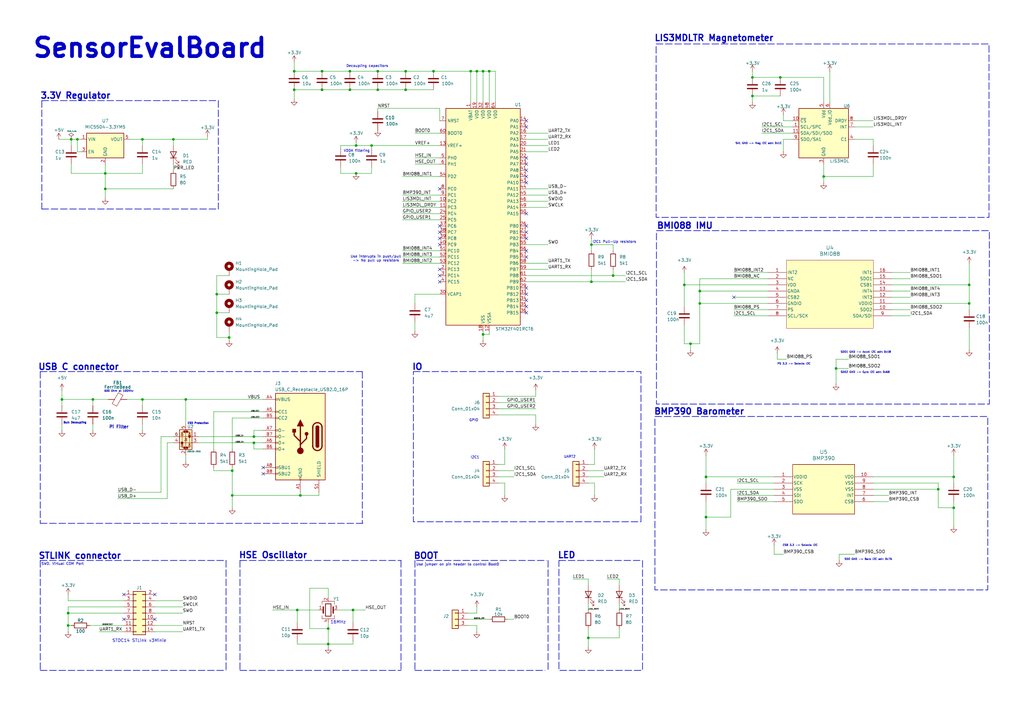
<source format=kicad_sch>
(kicad_sch (version 20250114) (generator "eeschema") (generator_version "9.0")
  (paper "A3")
  (rectangle (start 229.235 229.87) (end 263.525 274.955) (stroke (width 0.254) (type dash)))
  (rectangle (start 268.605 170.815) (end 405.13 241.935) (stroke (width 0.254) (type dash)))
  (rectangle (start 269.24 94.615) (end 405.765 165.735) (stroke (width 0.254) (type dash)))
  (rectangle (start 169.545 152.4) (end 262.89 213.995) (stroke (width 0.254) (type dash)))
  (rectangle (start 269.113 18.034) (end 405.638 89.154) (stroke (width 0.254) (type dash)))
  (text "SDO GND -> Baro I2C adr: 0x76\n\n" (at 356.108 230.124 0) (effects (font (size 0.762 0.762) (thickness 0.1524) (bold yes))))
  (text "STDC14 STLink v3Minie" (at 57.15 262.89 0) (effects (font (size 1.27 1.27))))
  (text "Decoupling capacitors" (at 150.622 27.178 0) (effects (font (size 1.016 1.016) (thickness 0.1524) (bold yes))))
  (text "BOOT" (at 174.752 228.092 0) (effects (font (size 2.54 2.54) (thickness 0.508) (bold yes))))
  (text "600 Ohm at 100Mhz\n" (at 48.768 160.528 0) (effects (font (size 0.762 0.762))))
  (text "LIS3MDLTR Magnetometer" (at 292.862 15.748 0) (effects (font (size 2.54 2.54) (thickness 0.508) (bold yes))))
  (text "I2C1\n" (at 194.818 187.706 0) (effects (font (size 1.016 1.016) (thickness 0.1524) (bold yes))))
  (text "IO\n" (at 171.196 150.622 0) (effects (font (size 2.54 2.54) (thickness 0.508) (bold yes))))
  (text "16MHz\n" (at 138.684 255.27 0) (effects (font (size 1.27 1.27))))
  (text "SensorEvalBoard" (at 61.468 19.812 0) (effects (font (size 7.62 7.62) (thickness 1.524) (bold yes))))
  (text "STLINK connector\n" (at 32.766 228.092 0) (effects (font (size 2.54 2.54) (thickness 0.508) (bold yes))))
  (text "SDO2 GND -> Gyro I2C adr: 0x68\n\n" (at 354.838 153.416 0) (effects (font (size 0.762 0.762) (thickness 0.1524) (bold yes))))
  (text "ESD Protection\n" (at 81.28 173.736 0) (effects (font (size 0.762 0.762) (thickness 0.254) (bold yes))))
  (text "HSE Oscillator\n" (at 112.014 227.838 0) (effects (font (size 2.54 2.54) (thickness 0.508) (bold yes))))
  (text "USB C connector" (at 32.258 150.622 0) (effects (font (size 2.54 2.54) (thickness 0.508) (bold yes))))
  (text "Bulk Decoupling" (at 30.734 173.482 0) (effects (font (size 0.762 0.762) (thickness 0.254) (bold yes))))
  (text "SDO1 GND -> Accel I2C adr: 0x18" (at 355.092 144.526 0) (effects (font (size 0.762 0.762) (thickness 0.1524) (bold yes))))
  (text "GPIO" (at 194.31 172.466 0) (effects (font (size 1.016 1.016) (thickness 0.1524) (bold yes))))
  (text "BMI088 IMU\n" (at 280.924 92.71 0) (effects (font (size 2.54 2.54) (thickness 0.508) (bold yes))))
  (text "VDDA filtering" (at 146.304 61.976 0) (effects (font (size 1.016 1.016) (thickness 0.1524) (bold yes))))
  (text "BMP390 Barometer\n" (at 286.766 168.91 0) (effects (font (size 2.54 2.54) (thickness 0.508) (bold yes))))
  (text "Pi Filter" (at 48.768 175.26 0) (effects (font (size 1.27 1.27) (thickness 0.254) (bold yes))))
  (text "I2C1 Pull-Up resistors" (at 251.968 99.314 0) (effects (font (size 1.016 1.016) (thickness 0.1524) (bold yes))))
  (text "SWD, Virtual COM Port" (at 25.654 231.394 0) (effects (font (size 1.016 1.016) (thickness 0.1524) (bold yes))))
  (text "Use interupts in push/pull\n-> No pull up resistors\n" (at 154.178 106.172 0) (effects (font (size 1.016 1.016) (thickness 0.1524) (bold yes))))
  (text "SA1 GND -> Mag I2C adr: 0x1C" (at 311.15 58.928 0) (effects (font (size 0.762 0.762) (thickness 0.1524) (bold yes))))
  (text "UART2\n" (at 233.68 187.452 0) (effects (font (size 1.016 1.016) (thickness 0.1524) (bold yes))))
  (text "CSB 3.3 -> Selects I2C" (at 328.168 223.774 0) (effects (font (size 0.762 0.762) (thickness 0.1524) (bold yes))))
  (text "Use jumper on pin header to control Boot0" (at 187.706 231.648 0) (effects (font (size 1.016 1.016) (thickness 0.1524) (bold yes))))
  (text "LED\n" (at 232.41 227.838 0) (effects (font (size 2.54 2.54) (thickness 0.508) (bold yes))))
  (text "3.3V Regulator" (at 30.988 39.37 0) (effects (font (size 2.54 2.54) (thickness 0.508) (bold yes))))
  (text "PS 3.3 -> Selects I2C" (at 325.628 149.352 0) (effects (font (size 0.762 0.762) (thickness 0.1524) (bold yes))))
  (junction (at 31.75 57.15))
  (junction (at 166.37 29.21))
  (junction (at 123.19 203.2))
  (junction (at 143.51 36.83))
  (junction (at 132.08 36.83))
  (junction (at 384.81 200.66))
  (junction (at 104.14 181.61))
  (junction (at 397.51 116.84))
  (junction (at 337.82 72.39))
  (junction (at 391.16 208.28))
  (junction (at 43.18 71.12))
  (junction (at 391.16 195.58))
  (junction (at 38.1 163.83))
  (junction (at 166.37 36.83))
  (junction (at 177.8 29.21))
  (junction (at 193.04 29.21))
  (junction (at 88.9 128.27))
  (junction (at 29.21 57.15))
  (junction (at 120.65 36.83))
  (junction (at 289.56 195.58))
  (junction (at 251.46 113.03))
  (junction (at 152.4 59.69))
  (junction (at 121.92 250.19))
  (junction (at 241.3 261.62))
  (junction (at 27.94 251.46))
  (junction (at 198.12 137.16))
  (junction (at 289.56 212.09))
  (junction (at 397.51 124.46))
  (junction (at 143.51 29.21))
  (junction (at 146.05 71.12))
  (junction (at 144.78 250.19))
  (junction (at 88.9 120.65))
  (junction (at 76.2 163.83))
  (junction (at 154.94 29.21))
  (junction (at 43.18 77.47))
  (junction (at 93.98 138.43))
  (junction (at 134.62 257.81))
  (junction (at 134.62 264.16))
  (junction (at 320.04 31.75))
  (junction (at 200.66 29.21))
  (junction (at 27.94 256.54))
  (junction (at 280.67 116.84))
  (junction (at 242.57 100.33))
  (junction (at 242.57 115.57))
  (junction (at 146.05 59.69))
  (junction (at 308.61 39.37))
  (junction (at 132.08 29.21))
  (junction (at 95.25 193.04))
  (junction (at 154.94 36.83))
  (junction (at 342.9 151.13))
  (junction (at 308.61 31.75))
  (junction (at 25.4 163.83))
  (junction (at 283.21 140.97))
  (junction (at 287.02 124.46))
  (junction (at 95.25 203.2))
  (junction (at 120.65 29.21))
  (junction (at 195.58 29.21))
  (junction (at 58.42 163.83))
  (junction (at 104.14 179.07))
  (junction (at 58.42 57.15))
  (junction (at 287.02 119.38))
  (junction (at 198.12 29.21))
  (junction (at 71.12 57.15))
  (no_connect (at 215.9 92.71))
  (no_connect (at 215.9 69.85))
  (no_connect (at 215.9 67.31))
  (no_connect (at 215.9 87.63))
  (no_connect (at 180.34 97.79))
  (no_connect (at 63.5 254))
  (no_connect (at 180.34 110.49))
  (no_connect (at 300.99 121.92))
  (no_connect (at 215.9 95.25))
  (no_connect (at 215.9 105.41))
  (no_connect (at 107.95 194.31))
  (no_connect (at 215.9 120.65))
  (no_connect (at 107.95 191.77))
  (no_connect (at 215.9 123.19))
  (no_connect (at 50.8 254))
  (no_connect (at 50.8 243.84))
  (no_connect (at 63.5 243.84))
  (no_connect (at 215.9 97.79))
  (no_connect (at 215.9 128.27))
  (no_connect (at 180.34 95.25))
  (no_connect (at 215.9 64.77))
  (no_connect (at 215.9 118.11))
  (no_connect (at 180.34 100.33))
  (no_connect (at 215.9 49.53))
  (no_connect (at 180.34 113.03))
  (no_connect (at 180.34 115.57))
  (no_connect (at 215.9 102.87))
  (no_connect (at 180.34 92.71))
  (no_connect (at 180.34 77.47))
  (no_connect (at 215.9 74.93))
  (no_connect (at 215.9 72.39))
  (no_connect (at 215.9 125.73))
  (no_connect (at 215.9 52.07))
  (wire (pts (xy 215.9 82.55) (xy 224.79 82.55)))
  (wire (pts (xy 318.77 147.32) (xy 322.58 147.32)))
  (wire (pts (xy 138.43 250.19) (xy 144.78 250.19)))
  (wire (pts (xy 36.83 256.54) (xy 50.8 256.54)))
  (wire (pts (xy 58.42 67.31) (xy 58.42 71.12)))
  (wire (pts (xy 111.76 250.19) (xy 121.92 250.19)))
  (wire (pts (xy 121.92 264.16) (xy 134.62 264.16)))
  (polyline (pts (xy 16.51 229.87) (xy 16.51 274.955)) (stroke (width 0.254) (type dash)))
  (wire (pts (xy 207.01 184.15) (xy 207.01 190.5)))
  (wire (pts (xy 215.9 115.57) (xy 242.57 115.57)))
  (wire (pts (xy 397.51 107.95) (xy 397.51 116.84)))
  (wire (pts (xy 320.04 31.75) (xy 337.82 31.75)))
  (wire (pts (xy 144.78 250.19) (xy 144.78 255.27)))
  (polyline (pts (xy 148.59 152.4) (xy 148.59 214.63)) (stroke (width 0.254) (type dash)))
  (wire (pts (xy 71.12 57.15) (xy 85.09 57.15)))
  (wire (pts (xy 165.1 87.63) (xy 180.34 87.63)))
  (wire (pts (xy 127 257.81) (xy 134.62 257.81)))
  (wire (pts (xy 358.14 205.74) (xy 364.49 205.74)))
  (wire (pts (xy 146.05 58.42) (xy 146.05 59.69)))
  (wire (pts (xy 88.9 128.27) (xy 93.98 128.27)))
  (wire (pts (xy 302.26 198.12) (xy 317.5 198.12)))
  (wire (pts (xy 384.81 198.12) (xy 384.81 200.66)))
  (wire (pts (xy 143.51 29.21) (xy 154.94 29.21)))
  (wire (pts (xy 66.04 201.93) (xy 66.04 179.07)))
  (wire (pts (xy 283.21 140.97) (xy 283.21 143.51)))
  (wire (pts (xy 204.47 170.18) (xy 219.71 170.18)))
  (wire (pts (xy 243.84 184.15) (xy 243.84 190.5)))
  (wire (pts (xy 215.9 107.95) (xy 224.79 107.95)))
  (wire (pts (xy 104.14 181.61) (xy 107.95 181.61)))
  (polyline (pts (xy 70.485 41.275) (xy 89.535 41.275)) (stroke (width 0.254) (type dash)))
  (wire (pts (xy 397.51 124.46) (xy 397.51 127)))
  (wire (pts (xy 289.56 205.74) (xy 289.56 212.09)))
  (wire (pts (xy 40.64 259.08) (xy 50.8 259.08)))
  (wire (pts (xy 25.4 160.02) (xy 25.4 163.83)))
  (wire (pts (xy 325.12 49.53) (xy 321.31 49.53)))
  (wire (pts (xy 287.02 140.97) (xy 283.21 140.97)))
  (wire (pts (xy 154.94 36.83) (xy 166.37 36.83)))
  (wire (pts (xy 134.62 241.3) (xy 127 241.3)))
  (wire (pts (xy 198.12 135.89) (xy 198.12 137.16)))
  (wire (pts (xy 191.77 251.46) (xy 195.58 251.46)))
  (wire (pts (xy 27.94 248.92) (xy 27.94 251.46)))
  (wire (pts (xy 25.4 173.99) (xy 25.4 176.53)))
  (wire (pts (xy 93.98 138.43) (xy 93.98 139.7)))
  (wire (pts (xy 85.09 57.15) (xy 85.09 55.88)))
  (wire (pts (xy 154.94 44.45) (xy 154.94 45.72)))
  (wire (pts (xy 132.08 29.21) (xy 143.51 29.21)))
  (wire (pts (xy 280.67 111.76) (xy 280.67 116.84)))
  (wire (pts (xy 38.1 173.99) (xy 38.1 176.53)))
  (wire (pts (xy 384.81 200.66) (xy 384.81 208.28)))
  (wire (pts (xy 152.4 71.12) (xy 152.4 68.58)))
  (wire (pts (xy 321.31 57.15) (xy 321.31 62.23)))
  (wire (pts (xy 121.92 250.19) (xy 130.81 250.19)))
  (wire (pts (xy 300.99 129.54) (xy 314.96 129.54)))
  (polyline (pts (xy 170.815 229.87) (xy 224.155 229.87)) (stroke (width 0.254) (type dash)))
  (polyline (pts (xy 170.18 229.87) (xy 170.18 274.955)) (stroke (width 0.254) (type dash)))
  (wire (pts (xy 88.9 120.65) (xy 93.98 120.65)))
  (wire (pts (xy 193.04 29.21) (xy 195.58 29.21)))
  (polyline (pts (xy 170.18 274.955) (xy 223.52 274.955)) (stroke (width 0.254) (type dash)))
  (wire (pts (xy 299.72 212.09) (xy 289.56 212.09)))
  (wire (pts (xy 27.94 256.54) (xy 29.21 256.54)))
  (wire (pts (xy 139.7 68.58) (xy 139.7 71.12)))
  (polyline (pts (xy 164.465 229.87) (xy 164.465 274.955)) (stroke (width 0.254) (type dash)))
  (wire (pts (xy 365.76 124.46) (xy 397.51 124.46)))
  (wire (pts (xy 165.1 80.01) (xy 180.34 80.01)))
  (wire (pts (xy 123.19 201.93) (xy 123.19 203.2)))
  (wire (pts (xy 146.05 71.12) (xy 152.4 71.12)))
  (wire (pts (xy 350.52 57.15) (xy 358.14 57.15)))
  (wire (pts (xy 76.2 186.69) (xy 76.2 189.23)))
  (wire (pts (xy 63.5 248.92) (xy 74.93 248.92)))
  (wire (pts (xy 204.47 193.04) (xy 210.82 193.04)))
  (polyline (pts (xy 98.425 229.87) (xy 164.465 229.87)) (stroke (width 0.254) (type dash)))
  (wire (pts (xy 314.96 124.46) (xy 287.02 124.46)))
  (wire (pts (xy 251.46 113.03) (xy 256.54 113.03)))
  (wire (pts (xy 81.28 181.61) (xy 104.14 181.61)))
  (wire (pts (xy 215.9 85.09) (xy 224.79 85.09)))
  (wire (pts (xy 215.9 57.15) (xy 224.79 57.15)))
  (wire (pts (xy 350.52 52.07) (xy 358.14 52.07)))
  (wire (pts (xy 241.3 247.65) (xy 241.3 250.19)))
  (wire (pts (xy 88.9 128.27) (xy 88.9 138.43)))
  (wire (pts (xy 365.76 111.76) (xy 373.38 111.76)))
  (wire (pts (xy 215.9 100.33) (xy 224.79 100.33)))
  (wire (pts (xy 391.16 208.28) (xy 391.16 215.9)))
  (wire (pts (xy 63.5 251.46) (xy 74.93 251.46)))
  (wire (pts (xy 134.62 257.81) (xy 134.62 264.16)))
  (wire (pts (xy 317.5 200.66) (xy 299.72 200.66)))
  (wire (pts (xy 391.16 195.58) (xy 391.16 198.12)))
  (wire (pts (xy 215.9 59.69) (xy 224.79 59.69)))
  (wire (pts (xy 177.8 29.21) (xy 193.04 29.21)))
  (wire (pts (xy 317.5 223.52) (xy 317.5 227.33)))
  (wire (pts (xy 317.5 227.33) (xy 321.31 227.33)))
  (wire (pts (xy 144.78 264.16) (xy 144.78 262.89)))
  (wire (pts (xy 29.21 71.12) (xy 43.18 71.12)))
  (wire (pts (xy 312.42 54.61) (xy 325.12 54.61)))
  (wire (pts (xy 88.9 113.03) (xy 93.98 113.03)))
  (wire (pts (xy 38.1 163.83) (xy 25.4 163.83)))
  (wire (pts (xy 365.76 119.38) (xy 373.38 119.38)))
  (wire (pts (xy 365.76 116.84) (xy 397.51 116.84)))
  (wire (pts (xy 358.14 67.31) (xy 358.14 72.39)))
  (wire (pts (xy 88.9 120.65) (xy 88.9 128.27)))
  (wire (pts (xy 342.9 151.13) (xy 347.98 151.13)))
  (polyline (pts (xy 98.425 229.87) (xy 98.425 274.955)) (stroke (width 0.254) (type dash)))
  (polyline (pts (xy 17.145 85.725) (xy 89.535 85.725)) (stroke (width 0.254) (type dash)))
  (wire (pts (xy 195.58 256.54) (xy 195.58 259.08)))
  (polyline (pts (xy 16.51 214.63) (xy 149.225 214.63)) (stroke (width 0.254) (type dash)))
  (wire (pts (xy 25.4 163.83) (xy 25.4 166.37)))
  (wire (pts (xy 88.9 138.43) (xy 93.98 138.43)))
  (polyline (pts (xy 16.51 152.4) (xy 148.59 152.4)) (stroke (width 0.254) (type dash)))
  (wire (pts (xy 302.26 205.74) (xy 317.5 205.74)))
  (wire (pts (xy 207.01 198.12) (xy 207.01 203.2)))
  (wire (pts (xy 165.1 102.87) (xy 180.34 102.87)))
  (wire (pts (xy 248.92 237.49) (xy 254 237.49)))
  (wire (pts (xy 166.37 29.21) (xy 177.8 29.21)))
  (wire (pts (xy 251.46 102.87) (xy 251.46 100.33)))
  (polyline (pts (xy 16.51 152.4) (xy 16.51 214.63)) (stroke (width 0.254) (type dash)))
  (wire (pts (xy 204.47 198.12) (xy 207.01 198.12)))
  (wire (pts (xy 95.25 193.04) (xy 95.25 203.2)))
  (wire (pts (xy 166.37 36.83) (xy 177.8 36.83)))
  (wire (pts (xy 87.63 184.15) (xy 87.63 168.91)))
  (wire (pts (xy 241.3 198.12) (xy 243.84 198.12)))
  (wire (pts (xy 27.94 251.46) (xy 50.8 251.46)))
  (wire (pts (xy 198.12 29.21) (xy 195.58 29.21)))
  (wire (pts (xy 154.94 44.45) (xy 180.34 44.45)))
  (wire (pts (xy 120.65 36.83) (xy 132.08 36.83)))
  (wire (pts (xy 204.47 162.56) (xy 219.71 162.56)))
  (wire (pts (xy 241.3 240.03) (xy 241.3 237.49)))
  (wire (pts (xy 204.47 167.64) (xy 219.71 167.64)))
  (wire (pts (xy 283.21 140.97) (xy 280.67 140.97)))
  (wire (pts (xy 365.76 127) (xy 373.38 127)))
  (wire (pts (xy 48.26 204.47) (xy 68.58 204.47)))
  (wire (pts (xy 27.94 246.38) (xy 27.94 243.84)))
  (wire (pts (xy 127 241.3) (xy 127 257.81)))
  (wire (pts (xy 107.95 176.53) (xy 104.14 176.53)))
  (wire (pts (xy 350.52 49.53) (xy 358.14 49.53)))
  (wire (pts (xy 280.67 140.97) (xy 280.67 133.35)))
  (wire (pts (xy 203.2 29.21) (xy 200.66 29.21)))
  (wire (pts (xy 87.63 193.04) (xy 95.25 193.04)))
  (wire (pts (xy 289.56 212.09) (xy 289.56 217.17)))
  (wire (pts (xy 95.25 203.2) (xy 95.25 208.28)))
  (wire (pts (xy 165.1 105.41) (xy 180.34 105.41)))
  (wire (pts (xy 241.3 190.5) (xy 243.84 190.5)))
  (wire (pts (xy 104.14 179.07) (xy 107.95 179.07)))
  (wire (pts (xy 215.9 110.49) (xy 224.79 110.49)))
  (wire (pts (xy 63.5 246.38) (xy 74.93 246.38)))
  (wire (pts (xy 144.78 250.19) (xy 149.86 250.19)))
  (wire (pts (xy 130.81 203.2) (xy 123.19 203.2)))
  (wire (pts (xy 130.81 201.93) (xy 130.81 203.2)))
  (polyline (pts (xy 16.51 274.955) (xy 92.71 274.955)) (stroke (width 0.254) (type dash)))
  (wire (pts (xy 200.66 29.21) (xy 200.66 41.91)))
  (wire (pts (xy 93.98 135.89) (xy 93.98 138.43)))
  (wire (pts (xy 104.14 179.07) (xy 81.28 179.07)))
  (polyline (pts (xy 92.71 229.87) (xy 92.71 274.955)) (stroke (width 0.254) (type dash)))
  (wire (pts (xy 170.18 120.65) (xy 170.18 124.46)))
  (wire (pts (xy 251.46 113.03) (xy 215.9 113.03)))
  (wire (pts (xy 195.58 251.46) (xy 195.58 248.92)))
  (wire (pts (xy 43.18 71.12) (xy 58.42 71.12)))
  (wire (pts (xy 391.16 205.74) (xy 391.16 208.28)))
  (wire (pts (xy 95.25 171.45) (xy 107.95 171.45)))
  (wire (pts (xy 31.75 57.15) (xy 33.02 57.15)))
  (wire (pts (xy 180.34 120.65) (xy 170.18 120.65)))
  (wire (pts (xy 254 261.62) (xy 241.3 261.62)))
  (wire (pts (xy 165.1 107.95) (xy 180.34 107.95)))
  (wire (pts (xy 215.9 77.47) (xy 224.79 77.47)))
  (wire (pts (xy 43.18 67.31) (xy 43.18 71.12)))
  (wire (pts (xy 365.76 114.3) (xy 373.38 114.3)))
  (wire (pts (xy 198.12 137.16) (xy 200.66 137.16)))
  (wire (pts (xy 52.07 163.83) (xy 58.42 163.83)))
  (wire (pts (xy 365.76 121.92) (xy 373.38 121.92)))
  (wire (pts (xy 170.18 54.61) (xy 180.34 54.61)))
  (wire (pts (xy 254 240.03) (xy 254 237.49)))
  (wire (pts (xy 95.25 191.77) (xy 95.25 193.04)))
  (wire (pts (xy 43.18 71.12) (xy 43.18 77.47)))
  (wire (pts (xy 43.18 77.47) (xy 43.18 81.28)))
  (wire (pts (xy 287.02 114.3) (xy 287.02 119.38)))
  (wire (pts (xy 134.62 257.81) (xy 134.62 255.27)))
  (polyline (pts (xy 16.51 229.87) (xy 92.71 229.87)) (stroke (width 0.254) (type dash)))
  (wire (pts (xy 71.12 67.31) (xy 71.12 69.85)))
  (wire (pts (xy 219.71 170.18) (xy 219.71 173.99)))
  (wire (pts (xy 337.82 67.31) (xy 337.82 72.39)))
  (wire (pts (xy 204.47 190.5) (xy 207.01 190.5)))
  (wire (pts (xy 321.31 46.99) (xy 321.31 49.53)))
  (wire (pts (xy 139.7 60.96) (xy 139.7 59.69)))
  (wire (pts (xy 289.56 186.69) (xy 289.56 195.58)))
  (wire (pts (xy 241.3 257.81) (xy 241.3 261.62)))
  (polyline (pts (xy 224.79 229.87) (xy 224.79 274.955)) (stroke (width 0.254) (type dash)))
  (wire (pts (xy 358.14 203.2) (xy 364.49 203.2)))
  (wire (pts (xy 191.77 256.54) (xy 195.58 256.54)))
  (wire (pts (xy 152.4 59.69) (xy 180.34 59.69)))
  (wire (pts (xy 38.1 166.37) (xy 38.1 163.83)))
  (wire (pts (xy 391.16 186.69) (xy 391.16 195.58)))
  (wire (pts (xy 193.04 29.21) (xy 193.04 41.91)))
  (wire (pts (xy 251.46 100.33) (xy 242.57 100.33)))
  (wire (pts (xy 66.04 179.07) (xy 71.12 179.07)))
  (wire (pts (xy 300.99 127) (xy 314.96 127)))
  (wire (pts (xy 384.81 208.28) (xy 391.16 208.28)))
  (wire (pts (xy 198.12 137.16) (xy 198.12 139.7)))
  (wire (pts (xy 203.2 41.91) (xy 203.2 29.21)))
  (wire (pts (xy 254 257.81) (xy 254 261.62)))
  (wire (pts (xy 317.5 195.58) (xy 289.56 195.58)))
  (wire (pts (xy 24.13 57.15) (xy 29.21 57.15)))
  (polyline (pts (xy 89.535 41.275) (xy 89.535 85.725)) (stroke (width 0.254) (type dash)))
  (wire (pts (xy 152.4 59.69) (xy 152.4 60.96)))
  (wire (pts (xy 314.96 116.84) (xy 280.67 116.84)))
  (wire (pts (xy 95.25 184.15) (xy 95.25 171.45)))
  (wire (pts (xy 358.14 72.39) (xy 337.82 72.39)))
  (wire (pts (xy 358.14 57.15) (xy 358.14 59.69)))
  (wire (pts (xy 215.9 80.01) (xy 224.79 80.01)))
  (wire (pts (xy 358.14 195.58) (xy 391.16 195.58)))
  (wire (pts (xy 397.51 134.62) (xy 397.51 143.51)))
  (wire (pts (xy 280.67 116.84) (xy 280.67 125.73)))
  (wire (pts (xy 208.28 254) (xy 210.82 254)))
  (wire (pts (xy 314.96 119.38) (xy 287.02 119.38)))
  (wire (pts (xy 219.71 162.56) (xy 219.71 160.02)))
  (wire (pts (xy 170.18 67.31) (xy 180.34 67.31)))
  (wire (pts (xy 33.02 62.23) (xy 31.75 62.23)))
  (wire (pts (xy 107.95 184.15) (xy 104.14 184.15)))
  (wire (pts (xy 180.34 44.45) (xy 180.34 49.53)))
  (wire (pts (xy 134.62 264.16) (xy 144.78 264.16)))
  (wire (pts (xy 337.82 31.75) (xy 337.82 41.91)))
  (wire (pts (xy 242.57 97.79) (xy 242.57 100.33)))
  (wire (pts (xy 365.76 129.54) (xy 373.38 129.54)))
  (wire (pts (xy 63.5 256.54) (xy 74.93 256.54)))
  (wire (pts (xy 325.12 57.15) (xy 321.31 57.15)))
  (wire (pts (xy 195.58 29.21) (xy 195.58 41.91)))
  (wire (pts (xy 342.9 151.13) (xy 342.9 147.32)))
  (wire (pts (xy 165.1 90.17) (xy 180.34 90.17)))
  (wire (pts (xy 58.42 57.15) (xy 58.42 59.69)))
  (wire (pts (xy 38.1 163.83) (xy 44.45 163.83)))
  (wire (pts (xy 104.14 184.15) (xy 104.14 181.61)))
  (wire (pts (xy 342.9 151.13) (xy 342.9 157.48)))
  (wire (pts (xy 308.61 39.37) (xy 308.61 41.91)))
  (wire (pts (xy 287.02 124.46) (xy 287.02 140.97)))
  (wire (pts (xy 243.84 198.12) (xy 243.84 203.2)))
  (wire (pts (xy 215.9 62.23) (xy 224.79 62.23)))
  (wire (pts (xy 120.65 36.83) (xy 120.65 40.64)))
  (wire (pts (xy 241.3 195.58) (xy 247.65 195.58)))
  (wire (pts (xy 200.66 137.16) (xy 200.66 135.89)))
  (wire (pts (xy 104.14 176.53) (xy 104.14 179.07)))
  (wire (pts (xy 68.58 181.61) (xy 71.12 181.61)))
  (wire (pts (xy 337.82 72.39) (xy 337.82 74.93)))
  (wire (pts (xy 27.94 248.92) (xy 50.8 248.92)))
  (wire (pts (xy 170.18 132.08) (xy 170.18 135.89)))
  (wire (pts (xy 289.56 195.58) (xy 289.56 198.12)))
  (wire (pts (xy 139.7 71.12) (xy 146.05 71.12)))
  (wire (pts (xy 287.02 119.38) (xy 287.02 124.46)))
  (wire (pts (xy 71.12 57.15) (xy 71.12 59.69)))
  (wire (pts (xy 300.99 111.76) (xy 314.96 111.76)))
  (wire (pts (xy 308.61 39.37) (xy 320.04 39.37)))
  (wire (pts (xy 29.21 57.15) (xy 29.21 59.69)))
  (wire (pts (xy 302.26 203.2) (xy 317.5 203.2)))
  (wire (pts (xy 165.1 72.39) (xy 180.34 72.39)))
  (wire (pts (xy 154.94 29.21) (xy 166.37 29.21)))
  (wire (pts (xy 308.61 29.21) (xy 308.61 31.75)))
  (wire (pts (xy 241.3 261.62) (xy 241.3 265.43)))
  (wire (pts (xy 358.14 200.66) (xy 384.81 200.66)))
  (wire (pts (xy 88.9 113.03) (xy 88.9 120.65)))
  (wire (pts (xy 121.92 262.89) (xy 121.92 264.16)))
  (wire (pts (xy 344.17 229.87) (xy 344.17 227.33)))
  (wire (pts (xy 242.57 100.33) (xy 242.57 102.87)))
  (wire (pts (xy 143.51 36.83) (xy 154.94 36.83)))
  (wire (pts (xy 358.14 198.12) (xy 384.81 198.12)))
  (wire (pts (xy 251.46 110.49) (xy 251.46 113.03)))
  (wire (pts (xy 120.65 29.21) (xy 132.08 29.21)))
  (wire (pts (xy 308.61 31.75) (xy 320.04 31.75)))
  (wire (pts (xy 242.57 115.57) (xy 256.54 115.57)))
  (polyline (pts (xy 17.145 41.275) (xy 70.485 41.275)) (stroke (width 0.254) (type dash)))
  (wire (pts (xy 314.96 114.3) (xy 287.02 114.3)))
  (wire (pts (xy 43.18 77.47) (xy 71.12 77.47)))
  (wire (pts (xy 200.66 29.21) (xy 198.12 29.21)))
  (wire (pts (xy 134.62 245.11) (xy 134.62 241.3)))
  (wire (pts (xy 63.5 259.08) (xy 74.93 259.08)))
  (wire (pts (xy 31.75 62.23) (xy 31.75 57.15)))
  (wire (pts (xy 312.42 52.07) (xy 325.12 52.07)))
  (wire (pts (xy 68.58 181.61) (xy 68.58 204.47)))
  (wire (pts (xy 58.42 173.99) (xy 58.42 176.53)))
  (wire (pts (xy 27.94 256.54) (xy 27.94 259.08)))
  (wire (pts (xy 123.19 203.2) (xy 95.25 203.2)))
  (wire (pts (xy 299.72 200.66) (xy 299.72 212.09)))
  (wire (pts (xy 27.94 251.46) (xy 27.94 256.54)))
  (wire (pts (xy 234.95 237.49) (xy 241.3 237.49)))
  (wire (pts (xy 76.2 173.99) (xy 76.2 163.83)))
  (wire (pts (xy 340.36 29.21) (xy 340.36 41.91)))
  (wire (pts (xy 241.3 193.04) (xy 247.65 193.04)))
  (wire (pts (xy 204.47 165.1) (xy 219.71 165.1)))
  (wire (pts (xy 344.17 227.33) (xy 350.52 227.33)))
  (wire (pts (xy 132.08 36.83) (xy 143.51 36.83)))
  (wire (pts (xy 318.77 144.78) (xy 318.77 147.32)))
  (wire (pts (xy 58.42 57.15) (xy 71.12 57.15)))
  (wire (pts (xy 191.77 254) (xy 200.66 254)))
  (wire (pts (xy 27.94 246.38) (xy 50.8 246.38)))
  (wire (pts (xy 397.51 116.84) (xy 397.51 124.46)))
  (wire (pts (xy 87.63 191.77) (xy 87.63 193.04)))
  (wire (pts (xy 146.05 59.69) (xy 152.4 59.69)))
  (wire (pts (xy 215.9 54.61) (xy 224.79 54.61)))
  (wire (pts (xy 204.47 195.58) (xy 210.82 195.58)))
  (wire (pts (xy 120.65 25.4) (xy 120.65 29.21)))
  (wire (pts (xy 165.1 85.09) (xy 180.34 85.09)))
  (wire (pts (xy 121.92 250.19) (xy 121.92 255.27)))
  (wire (pts (xy 254 247.65) (xy 254 250.19)))
  (wire (pts (xy 76.2 163.83) (xy 107.95 163.83)))
  (wire (pts (xy 342.9 147.32) (xy 347.98 147.32)))
  (wire (pts (xy 58.42 163.83) (xy 58.42 166.37)))
  (wire (pts (xy 29.21 57.15) (xy 31.75 57.15)))
  (wire (pts (xy 87.63 168.91) (xy 107.95 168.91)))
  (wire (pts (xy 300.99 121.92) (xy 314.96 121.92)))
  (wire (pts (xy 58.42 163.83) (xy 76.2 163.83)))
  (wire (pts (xy 165.1 82.55) (xy 180.34 82.55)))
  (wire (pts (xy 48.26 201.93) (xy 66.04 201.93)))
  (wire (pts (xy 139.7 59.69) (xy 146.05 59.69)))
  (wire (pts (xy 242.57 110.49) (xy 242.57 115.57)))
  (wire (pts (xy 53.34 57.15) (xy 58.42 57.15)))
  (polyline (pts (xy 98.425 274.955) (xy 164.465 274.955)) (stroke (width 0.254) (type dash)))
  (polyline (pts (xy 17.145 41.275) (xy 17.145 85.725)) (stroke (width 0.254) (type dash)))
  (wire (pts (xy 170.18 64.77) (xy 180.34 64.77)))
  (wire (pts (xy 134.62 264.16) (xy 134.62 265.43)))
  (wire (pts (xy 198.12 29.21) (xy 198.12 41.91)))
  (wire (pts (xy 29.21 67.31) (xy 29.21 71.12)))
  (label "LIS3MDL_DRDY" (at 358.14 49.53 0))
  (label "USB_CC1" (at 102.87 168.91 0) (effects (font (size 0.508 0.508))))
  (label "GPIO_USER2" (at 165.1 87.63 0))
  (label "USB_CC2" (at 102.87 171.45 0) (effects (font (size 0.508 0.508))))
  (label "USBC_D+" (at 96.52 181.61 0) (effects (font (size 0.508 0.508))))
  (label "HSE_IN" (at 111.76 250.19 0))
  (label "BMI088_INT2" (at 300.99 111.76 0))
  (label "USBC_D-" (at 96.52 179.07 0) (effects (font (size 0.508 0.508))))
  (label "BOOT0" (at 170.18 54.61 0))
  (label "LED2_RSTR" (at 254 250.19 0) (effects (font (size 0.508 0.508))))
  (label "SWDIO" (at 74.93 246.38 0))
  (label "USB_D+" (at 48.26 204.47 0))
  (label "UART2_RX" (at 224.79 57.15 0))
  (label "BMP390_INT" (at 165.1 80.01 0))
  (label "BMI088_INT1" (at 373.38 111.76 0))
  (label "UART1_RX" (at 224.79 110.49 0) (effects (font (thickness 0.1588))))
  (label "BMI088_SDO1" (at 347.98 147.32 0) (effects (font (thickness 0.1588))))
  (label "LIS3MDL_DRDY" (at 165.1 85.09 0))
  (label "BOOT0_JPR" (at 194.31 254 0) (effects (font (size 0.508 0.508))))
  (label "UART1_TX" (at 224.79 107.95 0) (effects (font (thickness 0.1588))))
  (label "HSE_IN" (at 170.18 64.77 0))
  (label "LIS3MDL_INT" (at 358.14 52.07 0))
  (label "GPIO_USER2" (at 219.71 167.64 180))
  (label "LIS3MDL_INT" (at 165.1 82.55 0))
  (label "LED1" (at 224.79 59.69 0))
  (label "VBUS" (at 101.6 163.83 0))
  (label "I2C1_SDA" (at 312.42 54.61 0))
  (label "SWCLK" (at 224.79 85.09 0))
  (label "GPIO_USER1" (at 219.71 165.1 180))
  (label "BMP390_INT" (at 364.49 203.2 0))
  (label "USB_D-" (at 48.26 201.93 0))
  (label "BMP390_CSB" (at 364.49 205.74 0))
  (label "I2C1_SCL" (at 312.42 52.07 0))
  (label "BMI088_NC" (at 300.99 114.3 0))
  (label "BMI088_INT4" (at 373.38 119.38 0))
  (label "I2C1_SDA" (at 210.82 195.58 0))
  (label "UART2_RX" (at 247.65 195.58 0))
  (label "I2C1_SDA" (at 256.54 115.57 0))
  (label "BOOT0" (at 210.82 254 0))
  (label "PWR_LED" (at 71.12 69.85 0))
  (label "LED1" (at 234.95 237.49 0))
  (label "BMI088_INT2" (at 165.1 107.95 0))
  (label "I2C1_SCL" (at 302.26 198.12 0))
  (label "SWDIO" (at 224.79 82.55 0))
  (label "USB_D-" (at 224.79 77.47 0))
  (label "BMI088_INT4" (at 165.1 102.87 0))
  (label "USB_D+" (at 224.79 80.01 0))
  (label "BMP390_CSB" (at 321.31 227.33 0))
  (label "GPIO_USER1" (at 165.1 90.17 0))
  (label "LED2" (at 224.79 62.23 0))
  (label "SWO" (at 224.79 100.33 0))
  (label "UART1_TX" (at 74.93 259.08 0) (effects (font (thickness 0.1588))))
  (label "UART2_TX" (at 224.79 54.61 0))
  (label "GNDDETECT" (at 41.91 256.54 0) (effects (font (size 0.508 0.508) (thickness 0.254) (bold yes))))
  (label "UART2_TX" (at 247.65 193.04 0))
  (label "LED1_RSTR" (at 241.3 250.19 0) (effects (font (size 0.508 0.508))))
  (label "BMI088_INT3" (at 165.1 105.41 0))
  (label "BMP390_SDO" (at 350.52 227.33 0))
  (label "I2C1_SCL" (at 256.54 113.03 0))
  (label "HSE_OUT" (at 170.18 67.31 0))
  (label "BMI088_SDO2" (at 347.98 151.13 0) (effects (font (thickness 0.1588))))
  (label "HSE_OUT" (at 149.86 250.19 0))
  (label "I2C1_SDA" (at 373.38 129.54 0))
  (label "BMI088_SDO2" (at 373.38 127 0))
  (label "BMI088_PS" (at 300.99 127 0))
  (label "SWO" (at 74.93 251.46 0))
  (label "BMI088_INT1" (at 165.1 72.39 0))
  (label "BMP390_SDO" (at 302.26 205.74 0))
  (label "SWCLK" (at 74.93 248.92 0))
  (label "NRST" (at 74.93 256.54 0))
  (label "BMI088_PS" (at 322.58 147.32 0))
  (label "I2C1_SDA" (at 302.26 203.2 0))
  (label "VREF+" (at 170.18 59.69 0))
  (label "BMI088_SDO1" (at 373.38 114.3 0))
  (label "NRST" (at 154.94 44.45 0))
  (label "UART1_RX" (at 40.64 259.08 0) (effects (font (thickness 0.1588))))
  (label "I2C1_SCL" (at 210.82 193.04 0))
  (label "BMI088_INT3" (at 373.38 121.92 0))
  (label "I2C1_SCL" (at 300.99 129.54 0))
  (label "LED2" (at 248.92 237.49 0))
  (symbol (lib_id "Device:C") (at 144.78 259.08 0) (unit 1)
    (property "Reference" "C12" (at 147.574 258.318 0) (effects (justify left)))
    (property "Value" "10p" (at 147.574 260.858 0) (effects (justify left)))
    (property "Footprint" "Capacitor_SMD:C_0603_1608Metric" (effects (hide yes)))
    (property "Description" "Unpolarized capacitor" (effects (hide yes)))
  )
  (symbol (lib_id "Device:R") (at 254 254 0) (unit 1)
    (property "Reference" "R7" (at 256.54 252.7299 0) (effects (justify left)))
    (property "Value" "80" (at 256.54 255.2699 0) (effects (justify left)))
    (property "Footprint" "Resistor_SMD:R_0603_1608Metric" (effects (hide yes)))
    (property "Description" "Resistor" (effects (hide yes)))
  )
  (symbol (lib_id "Device:FerriteBead") (at 48.26 163.83 90) (unit 1)
    (property "Reference" "FB1" (at 48.26 156.972 90))
    (property "Value" "FerriteBead" (at 48.2092 158.75 90))
    (property "Footprint" "Inductor_SMD:L_0805_2012Metric" (effects (hide yes)))
    (property "Description" "Ferrite bead" (effects (hide yes)))
    (property "LCSC Part #" "C1017" (effects (hide yes)))
  )
  (symbol (lib_id "power:+3.3V") (at 308.61 29.21 0) (unit 1)
    (property "Reference" "#PWR034" (effects (hide yes)))
    (property "Value" "+3.3V" (at 308.61 25.908 0))
    (property "Description" "Power symbol creates a global label with name \"+3.3V\"" (effects (hide yes)))
  )
  (symbol (lib_id "Sensor_Magnetic:LIS3MDL") (at 337.82 54.61 0) (unit 1)
    (property "Reference" "U6" (at 345.948 43.434 0) (effects (justify left)))
    (property "Value" "LIS3MDL" (at 340.36 66.04 0) (effects (justify left)))
    (property "Footprint" "Package_LGA:LGA-12_2x2mm_P0.5mm" (effects (hide yes)))
    (property "Datasheet" "https://www.st.com/resource/en/datasheet/lis3mdl.pdf" (effects (hide yes)))
    (property "Description" "Ultra-low-power, 3-axis digital output magnetometer, LGA-12" (effects (hide yes)))
  )
  (symbol (lib_id "MCU_ST_STM32F4:STM32F401RCTx") (at 198.12 90.17 0) (unit 1)
    (property "Reference" "U1" (at 211.074 42.926 0) (effects (justify left)))
    (property "Value" "STM32F401RCT6" (at 203.2 134.874 0) (effects (justify left)))
    (property "Footprint" "Package_QFP:LQFP-64_10x10mm_P0.5mm" (effects (hide yes)))
    (property "Datasheet" "https://www.st.com/resource/en/datasheet/stm32f401rc.pdf" (effects (hide yes)))
    (property "Description" "STMicroelectronics Arm Cortex-M4 MCU, 256KB flash, 64KB RAM, 84 MHz, 1.7-3.6V, 50 GPIO, LQFP64" (effects (hide yes)))
    (property "LCSC Part #" "C74524" (effects (hide yes)))
  )
  (symbol (lib_id "power:GND") (at 397.51 143.51 0) (unit 1)
    (property "Reference" "#PWR015" (effects (hide yes)))
    (property "Value" "GND" (effects (hide yes)))
    (property "Description" "Power symbol creates a global label with name \"GND\" , ground" (effects (hide yes)))
  )
  (symbol (lib_id "Device:C") (at 120.65 33.02 0) (unit 1)
    (property "Reference" "C6" (at 123.698 31.75 0) (effects (justify left)))
    (property "Value" "10u" (at 123.952 34.29 0) (effects (justify left)))
    (property "Footprint" "Capacitor_SMD:C_0805_2012Metric" (effects (hide yes)))
    (property "Description" "Unpolarized capacitor" (effects (hide yes)))
  )
  (symbol (lib_id "power:GND") (at 241.3 265.43 0) (unit 1)
    (property "Reference" "#PWR045" (effects (hide yes)))
    (property "Value" "GND" (effects (hide yes)))
    (property "Description" "Power symbol creates a global label with name \"GND\" , ground" (effects (hide yes)))
  )
  (symbol (lib_id "Device:LED") (at 71.12 63.5 90) (unit 1)
    (property "Reference" "D1" (at 74.93 63.8174 90) (effects (justify right)))
    (property "Value" "RED" (at 74.93 66.3574 90) (effects (justify right)))
    (property "Footprint" "LED_SMD:LED_0603_1608Metric" (effects (hide yes)))
    (property "Description" "Light emitting diode" (effects (hide yes)))
    (property "Sim.Pins" "1=K 2=A" (effects (hide yes)))
    (property "LCSC Part #" "C2286" (effects (hide yes)))
  )
  (symbol (lib_id "Mechanical:MountingHole_Pad") (at 93.98 125.73 0) (unit 1) (exclude_from_sim yes) (in_bom no)
    (property "Reference" "H3" (at 96.52 123.1899 0) (effects (justify left)))
    (property "Value" "MountingHole_Pad" (at 96.52 125.7299 0) (effects (justify left)))
    (property "Footprint" "MountingHole:MountingHole_3.2mm_M3_Pad_Via" (effects (hide yes)))
    (property "Description" "Mounting Hole with connection" (effects (hide yes)))
  )
  (symbol (lib_id "power:+5V") (at 25.4 160.02 0) (unit 1)
    (property "Reference" "#PWR022" (effects (hide yes)))
    (property "Value" "+5V" (at 25.4 154.94 0))
    (property "Description" "Power symbol creates a global label with name \"+5V\"" (effects (hide yes)))
  )
  (symbol (lib_id "Device:C") (at 170.18 128.27 0) (unit 1)
    (property "Reference" "C7" (at 173.99 126.9999 0) (effects (justify left)))
    (property "Value" "4u7" (at 173.99 129.5399 0) (effects (justify left)))
    (property "Footprint" "Capacitor_SMD:C_0805_2012Metric" (effects (hide yes)))
    (property "Description" "Unpolarized capacitor" (effects (hide yes)))
  )
  (symbol (lib_id "power:GND") (at 76.2 189.23 0) (unit 1)
    (property "Reference" "#PWR013" (effects (hide yes)))
    (property "Value" "GND" (effects (hide yes)))
    (property "Description" "Power symbol creates a global label with name \"GND\" , ground" (effects (hide yes)))
  )
  (symbol (lib_id "power:GND") (at 391.16 215.9 0) (unit 1)
    (property "Reference" "#PWR029" (effects (hide yes)))
    (property "Value" "GND" (effects (hide yes)))
    (property "Description" "Power symbol creates a global label with name \"GND\" , ground" (effects (hide yes)))
  )
  (symbol (lib_id "power:+3.3V") (at 242.57 97.79 0) (unit 1)
    (property "Reference" "#PWR049" (effects (hide yes)))
    (property "Value" "+3.3V" (at 242.57 94.234 0))
    (property "Description" "Power symbol creates a global label with name \"+3.3V\"" (effects (hide yes)))
  )
  (symbol (lib_id "power:GND") (at 95.25 208.28 0) (unit 1)
    (property "Reference" "#PWR014" (effects (hide yes)))
    (property "Value" "GND" (effects (hide yes)))
    (property "Description" "Power symbol creates a global label with name \"GND\" , ground" (effects (hide yes)))
  )
  (symbol (lib_id "Device:C") (at 397.51 130.81 0) (unit 1)
    (property "Reference" "C18" (at 400.304 129.794 0) (effects (justify left)))
    (property "Value" "100n" (at 400.304 132.334 0) (effects (justify left)))
    (property "Footprint" "Capacitor_SMD:C_0603_1608Metric" (effects (hide yes)))
    (property "Description" "Unpolarized capacitor" (effects (hide yes)))
  )
  (symbol (lib_id "Device:C") (at 139.7 64.77 0) (unit 1)
    (property "Reference" "C8" (at 142.748 63.5 0) (effects (justify left)))
    (property "Value" "100n" (at 143.002 66.04 0) (effects (justify left)))
    (property "Footprint" "Capacitor_SMD:C_0603_1608Metric" (effects (hide yes)))
    (property "Description" "Unpolarized capacitor" (effects (hide yes)))
  )
  (symbol (lib_id "power:GND") (at 170.18 135.89 0) (unit 1)
    (property "Reference" "#PWR04" (effects (hide yes)))
    (property "Value" "GND" (effects (hide yes)))
    (property "Description" "Power symbol creates a global label with name \"GND\" , ground" (effects (hide yes)))
  )
  (symbol (lib_id "Mechanical:MountingHole_Pad") (at 93.98 110.49 0) (unit 1) (exclude_from_sim yes) (in_bom no)
    (property "Reference" "H1" (at 96.52 107.9499 0) (effects (justify left)))
    (property "Value" "MountingHole_Pad" (at 96.52 110.4899 0) (effects (justify left)))
    (property "Footprint" "MountingHole:MountingHole_3.2mm_M3_Pad_Via" (effects (hide yes)))
    (property "Description" "Mounting Hole with connection" (effects (hide yes)))
  )
  (symbol (lib_id "Regulator_Linear:MIC5504-3.3YM5") (at 43.18 59.69 0) (unit 1)
    (property "Reference" "U7" (at 43.18 49.53 0))
    (property "Value" "MIC5504-3.3YM5" (at 43.18 52.07 0))
    (property "Footprint" "Package_TO_SOT_SMD:SOT-23-5" (effects (hide yes)))
    (property "Datasheet" "http://ww1.microchip.com/downloads/en/DeviceDoc/MIC550X.pdf" (effects (hide yes)))
    (property "Description" "300mA Low-dropout Voltage Regulator, Vout 3.3V, Vin up to 5.5V, SOT-23" (effects (hide yes)))
  )
  (symbol (lib_id "Device:R") (at 241.3 254 0) (unit 1)
    (property "Reference" "R6" (at 243.84 252.7299 0) (effects (justify left)))
    (property "Value" "80" (at 243.84 255.2699 0) (effects (justify left)))
    (property "Footprint" "Resistor_SMD:R_0603_1608Metric" (effects (hide yes)))
    (property "Description" "Resistor" (effects (hide yes)))
  )
  (symbol (lib_id "Connector_Generic:Conn_01x04") (at 199.39 165.1 0) (mirror y) (unit 1)
    (property "Reference" "J6" (at 196.85 165.0999 0) (effects (justify left)))
    (property "Value" "Conn_01x04" (at 196.85 167.6399 0) (effects (justify left)))
    (property "Footprint" "Connector_PinHeader_2.54mm:PinHeader_1x04_P2.54mm_Vertical" (effects (hide yes)))
    (property "Description" "Generic connector, single row, 01x04, script generated (kicad-library-utils/schlib/autogen/connector/)" (effects (hide yes)))
  )
  (symbol (lib_id "Device:C") (at 121.92 259.08 0) (unit 1)
    (property "Reference" "C11" (at 115.316 258.064 0) (effects (justify left)))
    (property "Value" "10p" (at 115.316 260.604 0) (effects (justify left)))
    (property "Footprint" "Capacitor_SMD:C_0603_1608Metric" (effects (hide yes)))
    (property "Description" "Unpolarized capacitor" (effects (hide yes)))
  )
  (symbol (lib_id "Device:R") (at 95.25 187.96 0) (unit 1)
    (property "Reference" "R3" (at 97.79 186.6899 0) (effects (justify left)))
    (property "Value" "5k1" (at 97.79 189.2299 0) (effects (justify left)))
    (property "Footprint" "Resistor_SMD:R_0603_1608Metric" (effects (hide yes)))
    (property "Description" "Resistor" (effects (hide yes)))
  )
  (symbol (lib_id "Device:LED") (at 254 243.84 90) (unit 1)
    (property "Reference" "D3" (at 257.81 244.1574 90) (effects (justify right)))
    (property "Value" "RED" (at 257.81 246.6974 90) (effects (justify right)))
    (property "Footprint" "LED_SMD:LED_0603_1608Metric" (effects (hide yes)))
    (property "Description" "Light emitting diode" (effects (hide yes)))
    (property "Sim.Pins" "1=K 2=A" (effects (hide yes)))
    (property "LCSC Part #" "C2286" (effects (hide yes)))
  )
  (symbol (lib_id "power:GND") (at 120.65 40.64 0) (unit 1)
    (property "Reference" "#PWR02" (effects (hide yes)))
    (property "Value" "GND" (effects (hide yes)))
    (property "Description" "Power symbol creates a global label with name \"GND\" , ground" (effects (hide yes)))
  )
  (symbol (lib_id "power:+5V") (at 24.13 57.15 0) (unit 1)
    (property "Reference" "#PWR016" (effects (hide yes)))
    (property "Value" "+5V" (at 24.13 53.34 0))
    (property "Description" "Power symbol creates a global label with name \"+5V\"" (effects (hide yes)))
  )
  (symbol (lib_id "Device:C") (at 58.42 170.18 0) (unit 1)
    (property "Reference" "C15" (at 62.23 168.9099 0) (effects (justify left)))
    (property "Value" "10n" (at 62.23 171.4499 0) (effects (justify left)))
    (property "Footprint" "Capacitor_SMD:C_0603_1608Metric" (effects (hide yes)))
    (property "Description" "Unpolarized capacitor" (effects (hide yes)))
  )
  (symbol (lib_id "power:+3.3V") (at 340.36 29.21 0) (unit 1)
    (property "Reference" "#PWR035" (effects (hide yes)))
    (property "Value" "+3.3V" (at 340.36 25.908 0))
    (property "Description" "Power symbol creates a global label with name \"+3.3V\"" (effects (hide yes)))
  )
  (symbol (lib_id "Connector:USB_C_Receptacle_USB2.0_16P") (at 123.19 179.07 0) (mirror y) (unit 1)
    (property "Reference" "J3" (at 112.776 157.226 0) (effects (justify right)))
    (property "Value" "USB_C_Receptacle_USB2.0_16P" (at 112.776 159.766 0) (effects (justify right)))
    (property "Footprint" "Connector_USB:USB_C_Receptacle_G-Switch_GT-USB-7010ASV" (effects (hide yes)))
    (property "Datasheet" "https://www.usb.org/sites/default/files/documents/usb_type-c.zip" (effects (hide yes)))
    (property "Description" "USB 2.0-only 16P Type-C Receptacle connector" (effects (hide yes)))
    (property "LCSC Part #" "C393939" (effects (hide yes)))
  )
  (symbol (lib_id "Device:C") (at 154.94 33.02 0) (unit 1)
    (property "Reference" "C3" (at 157.988 31.75 0) (effects (justify left)))
    (property "Value" "100n" (at 158.242 34.29 0) (effects (justify left)))
    (property "Footprint" "Capacitor_SMD:C_0603_1608Metric" (effects (hide yes)))
    (property "Description" "Unpolarized capacitor" (effects (hide yes)))
  )
  (symbol (lib_id "Device:C") (at 358.14 63.5 0) (unit 1)
    (property "Reference" "C24" (at 360.68 62.23 0) (effects (justify left)))
    (property "Value" "100n" (at 360.68 64.77 0) (effects (justify left)))
    (property "Footprint" "Capacitor_SMD:C_0603_1608Metric" (effects (hide yes)))
    (property "Description" "Unpolarized capacitor" (effects (hide yes)))
  )
  (symbol (lib_id "power:+3.3V") (at 207.01 184.15 0) (unit 1)
    (property "Reference" "#PWR044" (effects (hide yes)))
    (property "Value" "+3.3V" (at 207.01 180.086 0))
    (property "Description" "Power symbol creates a global label with name \"+3.3V\"" (effects (hide yes)))
  )
  (symbol (lib_id "Device:R") (at 71.12 73.66 0) (unit 1)
    (property "Reference" "R5" (at 73.66 72.3899 0) (effects (justify left)))
    (property "Value" "80" (at 73.66 74.9299 0) (effects (justify left)))
    (property "Footprint" "Resistor_SMD:R_0603_1608Metric" (effects (hide yes)))
    (property "Description" "Resistor" (effects (hide yes)))
  )
  (symbol (lib_id "power:+3.3V") (at 27.94 243.84 0) (unit 1)
    (property "Reference" "#PWR07" (effects (hide yes)))
    (property "Value" "+3.3V" (at 27.94 240.03 0))
    (property "Description" "Power symbol creates a global label with name \"+3.3V\"" (effects (hide yes)))
  )
  (symbol (lib_id "Mechanical:MountingHole_Pad") (at 93.98 118.11 0) (unit 1) (exclude_from_sim yes) (in_bom no)
    (property "Reference" "H2" (at 96.52 115.5699 0) (effects (justify left)))
    (property "Value" "MountingHole_Pad" (at 96.52 118.1099 0) (effects (justify left)))
    (property "Footprint" "MountingHole:MountingHole_3.2mm_M3_Pad_Via" (effects (hide yes)))
    (property "Description" "Mounting Hole with connection" (effects (hide yes)))
  )
  (symbol (lib_id "Device:C") (at 58.42 63.5 0) (unit 1)
    (property "Reference" "C14" (at 62.23 62.2299 0) (effects (justify left)))
    (property "Value" "1u" (at 62.23 64.7699 0) (effects (justify left)))
    (property "Footprint" "Capacitor_SMD:C_0603_1608Metric" (effects (hide yes)))
    (property "Description" "Unpolarized capacitor" (effects (hide yes)))
  )
  (symbol (lib_id "power:GND") (at 308.61 41.91 0) (unit 1)
    (property "Reference" "#PWR038" (effects (hide yes)))
    (property "Value" "GND" (effects (hide yes)))
    (property "Description" "Power symbol creates a global label with name \"GND\" , ground" (effects (hide yes)))
  )
  (symbol (lib_id "SensorEvalBoard_SymbolLib:BMI088") (at 314.96 111.76 0) (unit 1)
    (property "Reference" "U4" (at 340.36 101.6 0) (effects (font (size 1.524 1.524))))
    (property "Value" "BMI088" (at 340.36 104.14 0) (effects (font (size 1.524 1.524))))
    (property "Footprint" "SensorEvalBoard_FootprintLib:QFN_BMI085_BOS" (effects (hide yes)))
    (property "Datasheet" "https://www.bosch-sensortec.com/media/boschsensortec/downloads/datasheets/bst-bmi088-ds001.pdf" (effects (hide yes)))
    (property "Description" "Inertial Measurement Unit" (effects (hide yes)))
    (property "LCSC Part #" "C194919" (effects (hide yes)))
  )
  (symbol (lib_id "power:GND") (at 25.4 176.53 0) (unit 1)
    (property "Reference" "#PWR021" (effects (hide yes)))
    (property "Value" "GND" (effects (hide yes)))
    (property "Description" "Power symbol creates a global label with name \"GND\" , ground" (effects (hide yes)))
  )
  (symbol (lib_id "power:GND") (at 243.84 203.2 0) (unit 1)
    (property "Reference" "#PWR048" (effects (hide yes)))
    (property "Value" "GND" (effects (hide yes)))
    (property "Description" "Power symbol creates a global label with name \"GND\" , ground" (effects (hide yes)))
  )
  (symbol (lib_id "Power_Protection:USBLC6-2SC6") (at 76.2 179.07 0) (mirror y) (unit 1)
    (property "Reference" "U2" (at 79.502 175.006 0) (effects (justify left)))
    (property "Value" "USBLC6-2SC6" (at 82.296 185.166 0) (effects (font (size 0.508 0.508)) (justify left)))
    (property "Footprint" "Package_TO_SOT_SMD:SOT-23-6" (effects (hide yes)))
    (property "Datasheet" "https://www.st.com/resource/en/datasheet/usblc6-2.pdf" (effects (hide yes)))
    (property "Description" "Very low capacitance ESD protection diode, 2 data-line, SOT-23-6" (effects (hide yes)))
  )
  (symbol (lib_id "power:GND") (at 27.94 259.08 0) (unit 1)
    (property "Reference" "#PWR010" (effects (hide yes)))
    (property "Value" "GND" (effects (hide yes)))
    (property "Description" "Power symbol creates a global label with name \"GND\" , ground" (effects (hide yes)))
  )
  (symbol (lib_id "power:+3.3V") (at 120.65 25.4 0) (unit 1)
    (property "Reference" "#PWR01" (effects (hide yes)))
    (property "Value" "+3.3V" (at 120.65 21.59 0))
    (property "Description" "Power symbol creates a global label with name \"+3.3V\"" (effects (hide yes)))
  )
  (symbol (lib_id "Device:C") (at 132.08 33.02 0) (unit 1)
    (property "Reference" "C5" (at 135.128 31.75 0) (effects (justify left)))
    (property "Value" "100n" (at 135.382 34.29 0) (effects (justify left)))
    (property "Footprint" "Capacitor_SMD:C_0603_1608Metric" (effects (hide yes)))
    (property "Description" "Unpolarized capacitor" (effects (hide yes)))
  )
  (symbol (lib_id "power:GND") (at 219.71 173.99 0) (unit 1)
    (property "Reference" "#PWR041" (effects (hide yes)))
    (property "Value" "GND" (effects (hide yes)))
    (property "Description" "Power symbol creates a global label with name \"GND\" , ground" (effects (hide yes)))
  )
  (symbol (lib_id "power:GND") (at 342.9 157.48 0) (unit 1)
    (property "Reference" "#PWR027" (effects (hide yes)))
    (property "Value" "GND" (effects (hide yes)))
    (property "Description" "Power symbol creates a global label with name \"GND\" , ground" (effects (hide yes)))
  )
  (symbol (lib_id "power:GND") (at 198.12 139.7 0) (unit 1)
    (property "Reference" "#PWR03" (effects (hide yes)))
    (property "Value" "GND" (effects (hide yes)))
    (property "Description" "Power symbol creates a global label with name \"GND\" , ground" (effects (hide yes)))
  )
  (symbol (lib_id "power:+3.3V") (at 397.51 107.95 0) (unit 1)
    (property "Reference" "#PWR023" (effects (hide yes)))
    (property "Value" "+3.3V" (at 397.51 103.378 0))
    (property "Description" "Power symbol creates a global label with name \"+3.3V\"" (effects (hide yes)))
  )
  (symbol (lib_id "power:+3.3V") (at 289.56 186.69 0) (unit 1)
    (property "Reference" "#PWR030" (effects (hide yes)))
    (property "Value" "+3.3V" (at 289.56 182.88 0))
    (property "Description" "Power symbol creates a global label with name \"+3.3V\"" (effects (hide yes)))
  )
  (symbol (lib_id "Device:C") (at 152.4 64.77 0) (unit 1)
    (property "Reference" "C9" (at 155.448 63.5 0) (effects (justify left)))
    (property "Value" "1u" (at 155.702 66.04 0) (effects (justify left)))
    (property "Footprint" "Capacitor_SMD:C_0603_1608Metric" (effects (hide yes)))
    (property "Description" "Unpolarized capacitor" (effects (hide yes)))
  )
  (symbol (lib_id "Device:C") (at 154.94 49.53 0) (unit 1)
    (property "Reference" "C10" (at 157.988 48.26 0) (effects (justify left)))
    (property "Value" "100n" (at 158.242 50.8 0) (effects (justify left)))
    (property "Footprint" "Capacitor_SMD:C_0603_1608Metric" (effects (hide yes)))
    (property "Description" "Unpolarized capacitor" (effects (hide yes)))
  )
  (symbol (lib_id "power:GND") (at 146.05 71.12 0) (unit 1)
    (property "Reference" "#PWR06" (effects (hide yes)))
    (property "Value" "GND" (effects (hide yes)))
    (property "Description" "Power symbol creates a global label with name \"GND\" , ground" (effects (hide yes)))
  )
  (symbol (lib_id "Device:R") (at 33.02 256.54 90) (unit 1)
    (property "Reference" "R2" (at 33.02 254.508 90))
    (property "Value" "100" (at 33.02 258.826 90))
    (property "Footprint" "Resistor_SMD:R_0603_1608Metric" (effects (hide yes)))
    (property "Description" "Resistor" (effects (hide yes)))
  )
  (symbol (lib_id "Device:C") (at 280.67 129.54 0) (unit 1)
    (property "Reference" "C19" (at 273.558 128.524 0) (effects (justify left)))
    (property "Value" "100n" (at 273.558 131.064 0) (effects (justify left)))
    (property "Footprint" "Capacitor_SMD:C_0603_1608Metric" (effects (hide yes)))
    (property "Description" "Unpolarized capacitor" (effects (hide yes)))
  )
  (symbol (lib_id "Connector_Generic:Conn_01x03") (at 186.69 254 0) (mirror y) (unit 1)
    (property "Reference" "J2" (at 184.15 252.7299 0) (effects (justify left)))
    (property "Value" "Conn_01x03" (effects (hide yes)))
    (property "Footprint" "Connector_PinHeader_2.54mm:PinHeader_1x03_P2.54mm_Vertical" (effects (hide yes)))
    (property "Description" "Generic connector, single row, 01x03, script generated (kicad-library-utils/schlib/autogen/connector/)" (effects (hide yes)))
  )
  (symbol (lib_id "power:GND") (at 337.82 74.93 0) (unit 1)
    (property "Reference" "#PWR037" (effects (hide yes)))
    (property "Value" "GND" (effects (hide yes)))
    (property "Description" "Power symbol creates a global label with name \"GND\" , ground" (effects (hide yes)))
  )
  (symbol (lib_id "power:+3.3V") (at 317.5 223.52 0) (unit 1)
    (property "Reference" "#PWR033" (effects (hide yes)))
    (property "Value" "+3.3V" (at 317.5 219.964 0))
    (property "Description" "Power symbol creates a global label with name \"+3.3V\"" (effects (hide yes)))
  )
  (symbol (lib_id "Device:Crystal_GND24") (at 134.62 250.19 0) (unit 1)
    (property "Reference" "Y1" (at 137.922 245.618 0))
    (property "Value" "Crystal_GND24" (effects (hide yes)))
    (property "Footprint" "Crystal:Crystal_SMD_3225-4Pin_3.2x2.5mm" (effects (hide yes)))
    (property "Description" "Four pin crystal, GND on pins 2 and 4" (effects (hide yes)))
    (property "LCSC Part #" "C13738" (effects (hide yes)))
  )
  (symbol (lib_id "Mechanical:MountingHole_Pad") (at 93.98 133.35 0) (unit 1) (exclude_from_sim yes) (in_bom no)
    (property "Reference" "H4" (at 96.52 130.8099 0) (effects (justify left)))
    (property "Value" "MountingHole_Pad" (at 96.52 133.3499 0) (effects (justify left)))
    (property "Footprint" "MountingHole:MountingHole_3.2mm_M3_Pad_Via" (effects (hide yes)))
    (property "Description" "Mounting Hole with connection" (effects (hide yes)))
  )
  (symbol (lib_id "power:GND") (at 195.58 259.08 0) (unit 1)
    (property "Reference" "#PWR012" (effects (hide yes)))
    (property "Value" "GND" (effects (hide yes)))
    (property "Description" "Power symbol creates a global label with name \"GND\" , ground" (effects (hide yes)))
  )
  (symbol (lib_id "Device:C") (at 29.21 63.5 0) (unit 1)
    (property "Reference" "C13" (at 22.606 62.23 0) (effects (justify left)))
    (property "Value" "1u" (at 22.606 64.77 0) (effects (justify left)))
    (property "Footprint" "Capacitor_SMD:C_0603_1608Metric" (effects (hide yes)))
    (property "Description" "Unpolarized capacitor" (effects (hide yes)))
  )
  (symbol (lib_id "Device:C") (at 391.16 201.93 0) (unit 1)
    (property "Reference" "C20" (at 394.97 200.6599 0) (effects (justify left)))
    (property "Value" "100n" (at 394.97 203.1999 0) (effects (justify left)))
    (property "Footprint" "Capacitor_SMD:C_0603_1608Metric" (effects (hide yes)))
    (property "Description" "Unpolarized capacitor" (effects (hide yes)))
  )
  (symbol (lib_id "Device:C") (at 38.1 170.18 0) (unit 1)
    (property "Reference" "C16" (at 41.91 168.9099 0) (effects (justify left)))
    (property "Value" "100n" (at 41.91 171.4499 0) (effects (justify left)))
    (property "Footprint" "Capacitor_SMD:C_0603_1608Metric" (effects (hide yes)))
    (property "Description" "Unpolarized capacitor" (effects (hide yes)))
  )
  (symbol (lib_id "power:+3.3V") (at 146.05 58.42 0) (unit 1)
    (property "Reference" "#PWR05" (effects (hide yes)))
    (property "Value" "+3.3V" (at 146.05 54.61 0))
    (property "Description" "Power symbol creates a global label with name \"+3.3V\"" (effects (hide yes)))
  )
  (symbol (lib_id "power:+3.3V") (at 321.31 46.99 0) (unit 1)
    (property "Reference" "#PWR036" (effects (hide yes)))
    (property "Value" "+3.3V" (at 321.31 43.688 0))
    (property "Description" "Power symbol creates a global label with name \"+3.3V\"" (effects (hide yes)))
  )
  (symbol (lib_id "power:PWR_FLAG") (at 29.21 57.15 0) (unit 1)
    (property "Reference" "#FLG01" (effects (hide yes)))
    (property "Value" "PWR_FLAG" (at 29.464 53.848 0) (effects (font (size 0.508 0.508))))
    (property "Description" "Special symbol for telling ERC where power comes from" (effects (hide yes)))
  )
  (symbol (lib_id "power:GND") (at 289.56 217.17 0) (unit 1)
    (property "Reference" "#PWR031" (effects (hide yes)))
    (property "Value" "GND" (effects (hide yes)))
    (property "Description" "Power symbol creates a global label with name \"GND\" , ground" (effects (hide yes)))
  )
  (symbol (lib_id "Device:R") (at 242.57 106.68 0) (unit 1)
    (property "Reference" "R9" (at 245.11 105.4099 0) (effects (justify left)))
    (property "Value" "5k1" (at 245.11 107.9499 0) (effects (justify left)))
    (property "Footprint" "Resistor_SMD:R_0603_1608Metric" (effects (hide yes)))
    (property "Description" "Resistor" (effects (hide yes)))
  )
  (symbol (lib_id "power:GND") (at 321.31 62.23 0) (unit 1)
    (property "Reference" "#PWR039" (effects (hide yes)))
    (property "Value" "GND" (effects (hide yes)))
    (property "Description" "Power symbol creates a global label with name \"GND\" , ground" (effects (hide yes)))
  )
  (symbol (lib_id "power:+3.3V") (at 280.67 111.76 0) (unit 1)
    (property "Reference" "#PWR024" (effects (hide yes)))
    (property "Value" "+3.3V" (at 280.67 106.68 0))
    (property "Description" "Power symbol creates a global label with name \"+3.3V\"" (effects (hide yes)))
  )
  (symbol (lib_id "Device:C") (at 320.04 35.56 0) (unit 1)
    (property "Reference" "C25" (at 323.85 34.2899 0) (effects (justify left)))
    (property "Value" "100n" (at 323.85 36.8299 0) (effects (justify left)))
    (property "Footprint" "Capacitor_SMD:C_0603_1608Metric" (effects (hide yes)))
    (property "Description" "Unpolarized capacitor" (effects (hide yes)))
  )
  (symbol (lib_id "power:+3.3V") (at 318.77 144.78 0) (unit 1)
    (property "Reference" "#PWR026" (effects (hide yes)))
    (property "Value" "+3.3V" (at 318.77 139.7 0))
    (property "Description" "Power symbol creates a global label with name \"+3.3V\"" (effects (hide yes)))
  )
  (symbol (lib_id "SensorEvalBoard_SymbolLib:BMP390") (at 317.5 195.58 0) (unit 1)
    (property "Reference" "U5" (at 337.82 185.42 0) (effects (font (size 1.524 1.524))))
    (property "Value" "BMP390" (at 337.82 187.96 0) (effects (font (size 1.524 1.524))))
    (property "Footprint" "SensorEvalBoard_FootprintLib:BMP390" (effects (hide yes)))
    (property "Datasheet" "BMP390" (effects (hide yes)))
    (property "LCSC Part #" "C2684802" (effects (hide yes)))
  )
  (symbol (lib_id "power:GND") (at 38.1 176.53 0) (unit 1)
    (property "Reference" "#PWR020" (effects (hide yes)))
    (property "Value" "GND" (effects (hide yes)))
    (property "Description" "Power symbol creates a global label with name \"GND\" , ground" (effects (hide yes)))
  )
  (symbol (lib_id "Connector_Generic:Conn_01x04") (at 236.22 193.04 0) (mirror y) (unit 1)
    (property "Reference" "J5" (at 233.68 193.0399 0) (effects (justify left)))
    (property "Value" "Conn_01x04" (at 233.68 195.5799 0) (effects (justify left)))
    (property "Footprint" "Connector_PinHeader_2.54mm:PinHeader_1x04_P2.54mm_Vertical" (effects (hide yes)))
    (property "Description" "Generic connector, single row, 01x04, script generated (kicad-library-utils/schlib/autogen/connector/)" (effects (hide yes)))
  )
  (symbol (lib_id "Device:R") (at 204.47 254 90) (unit 1)
    (property "Reference" "R1" (at 204.47 249.936 90))
    (property "Value" "10k" (at 204.47 251.968 90))
    (property "Footprint" "Resistor_SMD:R_0603_1608Metric" (effects (hide yes)))
    (property "Description" "Resistor" (effects (hide yes)))
  )
  (symbol (lib_id "Device:C") (at 177.8 33.02 0) (unit 1)
    (property "Reference" "C1" (at 180.848 31.75 0) (effects (justify left)))
    (property "Value" "100n" (at 181.102 34.29 0) (effects (justify left)))
    (property "Footprint" "Capacitor_SMD:C_0603_1608Metric" (effects (hide yes)))
    (property "Description" "Unpolarized capacitor" (effects (hide yes)))
  )
  (symbol (lib_id "power:+3.3V") (at 195.58 248.92 0) (unit 1)
    (property "Reference" "#PWR09" (effects (hide yes)))
    (property "Value" "+3.3V" (at 195.58 243.84 0))
    (property "Description" "Power symbol creates a global label with name \"+3.3V\"" (effects (hide yes)))
  )
  (symbol (lib_id "power:GND") (at 43.18 81.28 0) (unit 1)
    (property "Reference" "#PWR017" (effects (hide yes)))
    (property "Value" "GND" (effects (hide yes)))
    (property "Description" "Power symbol creates a global label with name \"GND\" , ground" (effects (hide yes)))
  )
  (symbol (lib_id "power:GND") (at 207.01 203.2 0) (unit 1)
    (property "Reference" "#PWR046" (effects (hide yes)))
    (property "Value" "GND" (effects (hide yes)))
    (property "Description" "Power symbol creates a global label with name \"GND\" , ground" (effects (hide yes)))
  )
  (symbol (lib_id "power:GND") (at 283.21 143.51 0) (unit 1)
    (property "Reference" "#PWR025" (effects (hide yes)))
    (property "Value" "GND" (effects (hide yes)))
    (property "Description" "Power symbol creates a global label with name \"GND\" , ground" (effects (hide yes)))
  )
  (symbol (lib_id "Device:C") (at 166.37 33.02 0) (unit 1)
    (property "Reference" "C2" (at 169.418 31.75 0) (effects (justify left)))
    (property "Value" "100n" (at 169.672 34.29 0) (effects (justify left)))
    (property "Footprint" "Capacitor_SMD:C_0603_1608Metric" (effects (hide yes)))
    (property "Description" "Unpolarized capacitor" (effects (hide yes)))
  )
  (symbol (lib_id "Device:C") (at 308.61 35.56 0) (unit 1)
    (property "Reference" "C26" (at 312.42 34.2899 0) (effects (justify left)))
    (property "Value" "1u" (at 312.42 36.8299 0) (effects (justify left)))
    (property "Footprint" "Capacitor_SMD:C_0603_1608Metric" (effects (hide yes)))
    (property "Description" "Unpolarized capacitor" (effects (hide yes)))
  )
  (symbol (lib_id "power:+3.3V") (at 85.09 55.88 0) (unit 1)
    (property "Reference" "#PWR018" (effects (hide yes)))
    (property "Value" "+3.3V" (at 85.09 52.324 0))
    (property "Description" "Power symbol creates a global label with name \"+3.3V\"" (effects (hide yes)))
  )
  (symbol (lib_id "power:GND") (at 154.94 53.34 0) (unit 1)
    (property "Reference" "#PWR08" (effects (hide yes)))
    (property "Value" "GND" (effects (hide yes)))
    (property "Description" "Power symbol creates a global label with name \"GND\" , ground" (effects (hide yes)))
  )
  (symbol (lib_id "Device:C") (at 143.51 33.02 0) (unit 1)
    (property "Reference" "C4" (at 146.558 31.75 0) (effects (justify left)))
    (property "Value" "100n" (at 146.812 34.29 0) (effects (justify left)))
    (property "Footprint" "Capacitor_SMD:C_0603_1608Metric" (effects (hide yes)))
    (property "Description" "Unpolarized capacitor" (effects (hide yes)))
  )
  (symbol (lib_id "Device:LED") (at 241.3 243.84 90) (unit 1)
    (property "Reference" "D2" (at 245.11 244.1574 90) (effects (justify right)))
    (property "Value" "RED" (at 245.11 246.6974 90) (effects (justify right)))
    (property "Footprint" "LED_SMD:LED_0603_1608Metric" (effects (hide yes)))
    (property "Description" "Light emitting diode" (effects (hide yes)))
    (property "Sim.Pins" "1=K 2=A" (effects (hide yes)))
    (property "LCSC Part #" "C2286" (effects (hide yes)))
  )
  (symbol (lib_id "power:+3.3V") (at 391.16 186.69 0) (unit 1)
    (property "Reference" "#PWR028" (effects (hide yes)))
    (property "Value" "+3.3V" (at 391.16 182.88 0))
    (property "Description" "Power symbol creates a global label with name \"+3.3V\"" (effects (hide yes)))
  )
  (symbol (lib_id "power:GND") (at 344.17 229.87 0) (unit 1)
    (property "Reference" "#PWR032" (effects (hide yes)))
    (property "Value" "GND" (effects (hide yes)))
    (property "Description" "Power symbol creates a global label with name \"GND\" , ground" (effects (hide yes)))
  )
  (symbol (lib_id "Connector_Generic:Conn_02x07_Odd_Even") (at 55.88 251.46 0) (unit 1)
    (property "Reference" "J1" (at 57.15 241.046 0))
    (property "Value" "Conn_02x07_Odd_Even" (effects (hide yes)))
    (property "Footprint" "SensorEvalBoard_FootprintLib:SAMTEC_FTSH-107-01-F-DV-K" (effects (hide yes)))
    (property "Description" "Generic connector, double row, 02x07, odd/even pin numbering scheme (row 1 odd numbers, row 2 even numbers), script generated (kicad-library-utils/schlib/autogen/connector/)" (effects (hide yes)))
    (property "LCSC Part #" "C7465995" (effects (hide yes)))
  )
  (symbol (lib_id "power:+3.3V") (at 243.84 184.15 0) (unit 1)
    (property "Reference" "#PWR047" (effects (hide yes)))
    (property "Value" "+3.3V" (at 243.84 180.086 0))
    (property "Description" "Power symbol creates a global label with name \"+3.3V\"" (effects (hide yes)))
  )
  (symbol (lib_id "Device:R") (at 87.63 187.96 0) (unit 1)
    (property "Reference" "R4" (at 90.17 186.6899 0) (effects (justify left)))
    (property "Value" "5k1" (at 90.17 189.2299 0) (effects (justify left)))
    (property "Footprint" "Resistor_SMD:R_0603_1608Metric" (effects (hide yes)))
    (property "Description" "Resistor" (effects (hide yes)))
  )
  (symbol (lib_id "power:GND") (at 58.42 176.53 0) (unit 1)
    (property "Reference" "#PWR019" (effects (hide yes)))
    (property "Value" "GND" (effects (hide yes)))
    (property "Description" "Power symbol creates a global label with name \"GND\" , ground" (effects (hide yes)))
  )
  (symbol (lib_id "Device:C") (at 289.56 201.93 0) (unit 1)
    (property "Reference" "C21" (at 293.37 200.6599 0) (effects (justify left)))
    (property "Value" "100n" (at 293.37 203.1999 0) (effects (justify left)))
    (property "Footprint" "Capacitor_SMD:C_0603_1608Metric" (effects (hide yes)))
    (property "Description" "Unpolarized capacitor" (effects (hide yes)))
  )
  (symbol (lib_id "power:GND") (at 134.62 265.43 0) (unit 1)
    (property "Reference" "#PWR011" (effects (hide yes)))
    (property "Value" "GND" (effects (hide yes)))
    (property "Description" "Power symbol creates a global label with name \"GND\" , ground" (effects (hide yes)))
  )
  (symbol (lib_id "power:GND") (at 93.98 139.7 0) (unit 1)
    (property "Reference" "#PWR040" (effects (hide yes)))
    (property "Value" "GND" (effects (hide yes)))
    (property "Description" "Power symbol creates a global label with name \"GND\" , ground" (effects (hide yes)))
  )
  (symbol (lib_id "Device:C") (at 25.4 170.18 0) (unit 1)
    (property "Reference" "C17" (at 29.21 168.9099 0) (effects (justify left)))
    (property "Value" "4u7" (at 29.21 171.4499 0) (effects (justify left)))
    (property "Footprint" "Capacitor_SMD:C_0805_2012Metric" (effects (hide yes)))
    (property "Description" "Unpolarized capacitor" (effects (hide yes)))
  )
  (symbol (lib_id "Connector_Generic:Conn_01x04") (at 199.39 193.04 0) (mirror y) (unit 1)
    (property "Reference" "J4" (at 196.85 193.0399 0) (effects (justify left)))
    (property "Value" "Conn_01x04" (at 196.85 195.5799 0) (effects (justify left)))
    (property "Footprint" "Connector_PinHeader_2.54mm:PinHeader_1x04_P2.54mm_Vertical" (effects (hide yes)))
    (property "Description" "Generic connector, single row, 01x04, script generated (kicad-library-utils/schlib/autogen/connector/)" (effects (hide yes)))
  )
  (symbol (lib_id "power:+3.3V") (at 219.71 160.02 0) (unit 1)
    (property "Reference" "#PWR042" (effects (hide yes)))
    (property "Value" "+3.3V" (at 219.71 154.94 0))
    (property "Description" "Power symbol creates a global label with name \"+3.3V\"" (effects (hide yes)))
  )
  (symbol (lib_id "Device:R") (at 251.46 106.68 0) (unit 1)
    (property "Reference" "R8" (at 254 105.4099 0) (effects (justify left)))
    (property "Value" "5k1" (at 254 107.9499 0) (effects (justify left)))
    (property "Footprint" "Resistor_SMD:R_0603_1608Metric" (effects (hide yes)))
    (property "Description" "Resistor" (effects (hide yes)))
  )
)
</source>
